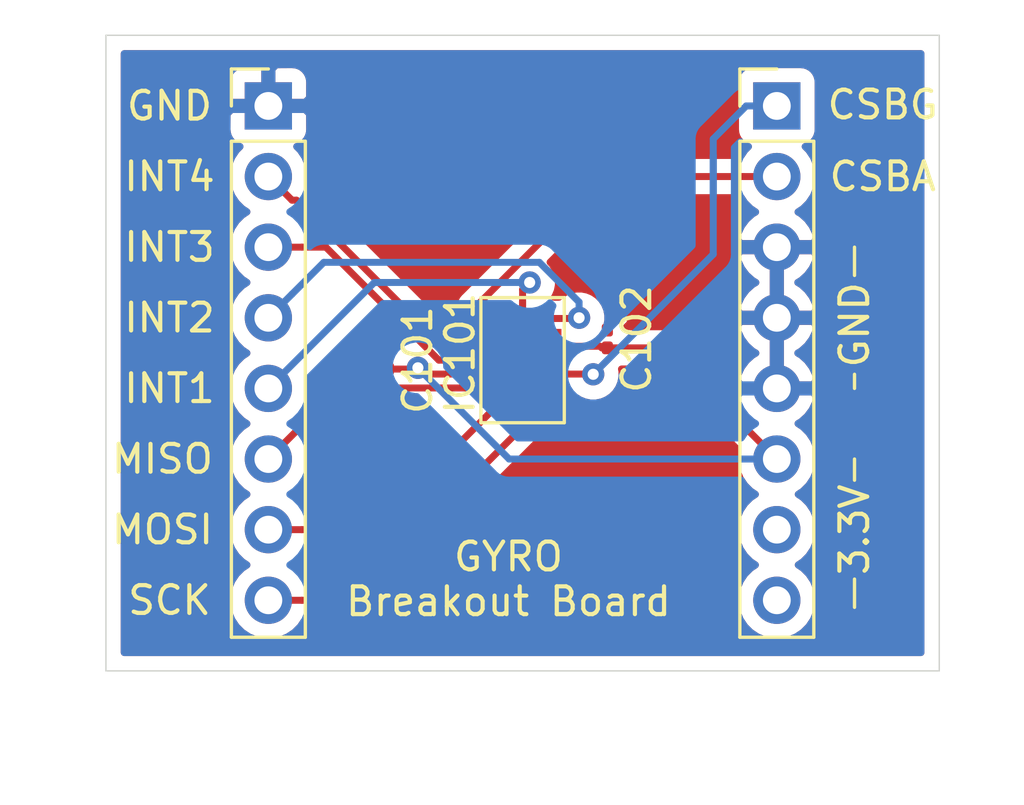
<source format=kicad_pcb>
(kicad_pcb (version 20171130) (host pcbnew "(5.1.5)-3")

  (general
    (thickness 1.6)
    (drawings 21)
    (tracks 64)
    (zones 0)
    (modules 5)
    (nets 12)
  )

  (page A4)
  (layers
    (0 F.Cu signal)
    (31 B.Cu signal)
    (32 B.Adhes user)
    (33 F.Adhes user)
    (34 B.Paste user)
    (35 F.Paste user)
    (36 B.SilkS user)
    (37 F.SilkS user)
    (38 B.Mask user)
    (39 F.Mask user)
    (40 Dwgs.User user)
    (41 Cmts.User user)
    (42 Eco1.User user)
    (43 Eco2.User user)
    (44 Edge.Cuts user)
    (45 Margin user)
    (46 B.CrtYd user)
    (47 F.CrtYd user)
    (48 B.Fab user)
    (49 F.Fab user)
  )

  (setup
    (last_trace_width 0.25)
    (trace_clearance 0.2)
    (zone_clearance 0.508)
    (zone_45_only no)
    (trace_min 0.2)
    (via_size 0.8)
    (via_drill 0.4)
    (via_min_size 0.4)
    (via_min_drill 0.3)
    (uvia_size 0.3)
    (uvia_drill 0.1)
    (uvias_allowed no)
    (uvia_min_size 0.2)
    (uvia_min_drill 0.1)
    (edge_width 0.05)
    (segment_width 0.2)
    (pcb_text_width 0.3)
    (pcb_text_size 1.5 1.5)
    (mod_edge_width 0.12)
    (mod_text_size 1 1)
    (mod_text_width 0.15)
    (pad_size 1.524 1.524)
    (pad_drill 0.762)
    (pad_to_mask_clearance 0.051)
    (solder_mask_min_width 0.25)
    (aux_axis_origin 0 0)
    (visible_elements FFFFFF7F)
    (pcbplotparams
      (layerselection 0x010fc_ffffffff)
      (usegerberextensions false)
      (usegerberattributes false)
      (usegerberadvancedattributes false)
      (creategerberjobfile false)
      (excludeedgelayer true)
      (linewidth 0.100000)
      (plotframeref false)
      (viasonmask false)
      (mode 1)
      (useauxorigin false)
      (hpglpennumber 1)
      (hpglpenspeed 20)
      (hpglpendiameter 15.000000)
      (psnegative false)
      (psa4output false)
      (plotreference true)
      (plotvalue true)
      (plotinvisibletext false)
      (padsonsilk false)
      (subtractmaskfromsilk false)
      (outputformat 1)
      (mirror false)
      (drillshape 1)
      (scaleselection 1)
      (outputdirectory ""))
  )

  (net 0 "")
  (net 1 GND)
  (net 2 +3V3)
  (net 3 /INT2_ACCEL)
  (net 4 /CSB_GYRO)
  (net 5 /SCK)
  (net 6 /MOSI)
  (net 7 /MISO)
  (net 8 /INT3_GYRO)
  (net 9 /INT4_GYRO)
  (net 10 /CSB_ACCEL)
  (net 11 /INT1_ACCEL)

  (net_class Default "This is the default net class."
    (clearance 0.2)
    (trace_width 0.25)
    (via_dia 0.8)
    (via_drill 0.4)
    (uvia_dia 0.3)
    (uvia_drill 0.1)
    (add_net +3V3)
    (add_net /CSB_ACCEL)
    (add_net /CSB_GYRO)
    (add_net /INT1_ACCEL)
    (add_net /INT2_ACCEL)
    (add_net /INT3_GYRO)
    (add_net /INT4_GYRO)
    (add_net /MISO)
    (add_net /MOSI)
    (add_net /SCK)
    (add_net GND)
  )

  (module Capacitor_SMD:C_0201_0603Metric (layer F.Cu) (tedit 5B301BBE) (tstamp 5EC77BCA)
    (at 131.064 95.25 270)
    (descr "Capacitor SMD 0201 (0603 Metric), square (rectangular) end terminal, IPC_7351 nominal, (Body size source: https://www.vishay.com/docs/20052/crcw0201e3.pdf), generated with kicad-footprint-generator")
    (tags capacitor)
    (path /5EC9647A)
    (attr smd)
    (fp_text reference C102 (at 0 -1.05 90) (layer F.SilkS)
      (effects (font (size 1 1) (thickness 0.15)))
    )
    (fp_text value 100nF (at 0 1.05 90) (layer F.Fab)
      (effects (font (size 1 1) (thickness 0.15)))
    )
    (fp_text user %R (at 0 -0.68 90) (layer F.Fab)
      (effects (font (size 0.25 0.25) (thickness 0.04)))
    )
    (fp_line (start 0.7 0.35) (end -0.7 0.35) (layer F.CrtYd) (width 0.05))
    (fp_line (start 0.7 -0.35) (end 0.7 0.35) (layer F.CrtYd) (width 0.05))
    (fp_line (start -0.7 -0.35) (end 0.7 -0.35) (layer F.CrtYd) (width 0.05))
    (fp_line (start -0.7 0.35) (end -0.7 -0.35) (layer F.CrtYd) (width 0.05))
    (fp_line (start 0.3 0.15) (end -0.3 0.15) (layer F.Fab) (width 0.1))
    (fp_line (start 0.3 -0.15) (end 0.3 0.15) (layer F.Fab) (width 0.1))
    (fp_line (start -0.3 -0.15) (end 0.3 -0.15) (layer F.Fab) (width 0.1))
    (fp_line (start -0.3 0.15) (end -0.3 -0.15) (layer F.Fab) (width 0.1))
    (pad 2 smd roundrect (at 0.32 0 270) (size 0.46 0.4) (layers F.Cu F.Mask) (roundrect_rratio 0.25)
      (net 2 +3V3))
    (pad 1 smd roundrect (at -0.32 0 270) (size 0.46 0.4) (layers F.Cu F.Mask) (roundrect_rratio 0.25)
      (net 1 GND))
    (pad "" smd roundrect (at 0.345 0 270) (size 0.318 0.36) (layers F.Paste) (roundrect_rratio 0.25))
    (pad "" smd roundrect (at -0.345 0 270) (size 0.318 0.36) (layers F.Paste) (roundrect_rratio 0.25))
    (model ${KISYS3DMOD}/Capacitor_SMD.3dshapes/C_0201_0603Metric.wrl
      (at (xyz 0 0 0))
      (scale (xyz 1 1 1))
      (rotate (xyz 0 0 0))
    )
  )

  (module Capacitor_SMD:C_0201_0603Metric (layer F.Cu) (tedit 5B301BBE) (tstamp 5EC77BB9)
    (at 123.19 96.012 270)
    (descr "Capacitor SMD 0201 (0603 Metric), square (rectangular) end terminal, IPC_7351 nominal, (Body size source: https://www.vishay.com/docs/20052/crcw0201e3.pdf), generated with kicad-footprint-generator")
    (tags capacitor)
    (path /5EC9306C)
    (attr smd)
    (fp_text reference C101 (at 0 -1.05 90) (layer F.SilkS)
      (effects (font (size 1 1) (thickness 0.15)))
    )
    (fp_text value 100nF (at 0 1.05 90) (layer F.Fab)
      (effects (font (size 1 1) (thickness 0.15)))
    )
    (fp_line (start -0.3 0.15) (end -0.3 -0.15) (layer F.Fab) (width 0.1))
    (fp_line (start -0.3 -0.15) (end 0.3 -0.15) (layer F.Fab) (width 0.1))
    (fp_line (start 0.3 -0.15) (end 0.3 0.15) (layer F.Fab) (width 0.1))
    (fp_line (start 0.3 0.15) (end -0.3 0.15) (layer F.Fab) (width 0.1))
    (fp_line (start -0.7 0.35) (end -0.7 -0.35) (layer F.CrtYd) (width 0.05))
    (fp_line (start -0.7 -0.35) (end 0.7 -0.35) (layer F.CrtYd) (width 0.05))
    (fp_line (start 0.7 -0.35) (end 0.7 0.35) (layer F.CrtYd) (width 0.05))
    (fp_line (start 0.7 0.35) (end -0.7 0.35) (layer F.CrtYd) (width 0.05))
    (fp_text user %R (at 0 -0.68 90) (layer F.Fab)
      (effects (font (size 0.25 0.25) (thickness 0.04)))
    )
    (pad "" smd roundrect (at -0.345 0 270) (size 0.318 0.36) (layers F.Paste) (roundrect_rratio 0.25))
    (pad "" smd roundrect (at 0.345 0 270) (size 0.318 0.36) (layers F.Paste) (roundrect_rratio 0.25))
    (pad 1 smd roundrect (at -0.32 0 270) (size 0.46 0.4) (layers F.Cu F.Mask) (roundrect_rratio 0.25)
      (net 1 GND))
    (pad 2 smd roundrect (at 0.32 0 270) (size 0.46 0.4) (layers F.Cu F.Mask) (roundrect_rratio 0.25)
      (net 2 +3V3))
    (model ${KISYS3DMOD}/Capacitor_SMD.3dshapes/C_0201_0603Metric.wrl
      (at (xyz 0 0 0))
      (scale (xyz 1 1 1))
      (rotate (xyz 0 0 0))
    )
  )

  (module "ERFSEDS_Footprints:16-LGA-(4.5x3)" (layer F.Cu) (tedit 5EC6BF61) (tstamp 5EC77BE6)
    (at 128.016 96.012 270)
    (path /5EC70B84)
    (fp_text reference IC101 (at -0.25 2.25 90) (layer F.SilkS)
      (effects (font (size 1 1) (thickness 0.15)))
    )
    (fp_text value BMI088 (at 0 -2.75 90) (layer F.Fab)
      (effects (font (size 1 1) (thickness 0.15)))
    )
    (fp_line (start -2.25 1.5) (end -2.25 -1.5) (layer F.CrtYd) (width 0.12))
    (fp_line (start 2.25 1.5) (end -2.25 1.5) (layer F.CrtYd) (width 0.12))
    (fp_line (start 2.25 -1.5) (end 2.25 1.5) (layer F.CrtYd) (width 0.12))
    (fp_line (start -2.25 -1.5) (end 2.25 -1.5) (layer F.CrtYd) (width 0.12))
    (fp_line (start -2.25 1.5) (end -2.25 -1.5) (layer F.SilkS) (width 0.12))
    (fp_line (start -2.25 1.5) (end 2.25 1.5) (layer F.SilkS) (width 0.12))
    (fp_line (start 2.25 1.5) (end 2.25 -1.5) (layer F.SilkS) (width 0.12))
    (fp_line (start 2.25 -1.5) (end -2.25 -1.5) (layer F.SilkS) (width 0.12))
    (pad 16 smd rect (at -1.915 0 180) (size 0.25 0.475) (layers F.Cu F.Paste F.Mask)
      (net 11 /INT1_ACCEL))
    (pad 15 smd rect (at -1.5 1.16 90) (size 0.25 0.475) (layers F.Cu F.Paste F.Mask)
      (net 7 /MISO))
    (pad 14 smd rect (at -1 1.16 90) (size 0.25 0.475) (layers F.Cu F.Paste F.Mask)
      (net 10 /CSB_ACCEL))
    (pad 13 smd rect (at -0.5 1.16 90) (size 0.25 0.475) (layers F.Cu F.Paste F.Mask)
      (net 9 /INT4_GYRO))
    (pad 12 smd rect (at 0 1.16 90) (size 0.25 0.475) (layers F.Cu F.Paste F.Mask)
      (net 8 /INT3_GYRO))
    (pad 11 smd rect (at 0.5 1.16 90) (size 0.25 0.475) (layers F.Cu F.Paste F.Mask)
      (net 2 +3V3))
    (pad 10 smd rect (at 1 1.16 90) (size 0.25 0.475) (layers F.Cu F.Paste F.Mask)
      (net 7 /MISO))
    (pad 9 smd rect (at 1.5 1.16 90) (size 0.25 0.475) (layers F.Cu F.Paste F.Mask)
      (net 6 /MOSI))
    (pad 8 smd rect (at 1.915 0) (size 0.25 0.475) (layers F.Cu F.Paste F.Mask)
      (net 5 /SCK))
    (pad 7 smd rect (at 1.5 -1.16 270) (size 0.25 0.475) (layers F.Cu F.Paste F.Mask)
      (net 1 GND))
    (pad 6 smd rect (at 1 -1.16 270) (size 0.25 0.475) (layers F.Cu F.Paste F.Mask)
      (net 1 GND))
    (pad 5 smd rect (at 0.5 -1.16 270) (size 0.25 0.475) (layers F.Cu F.Paste F.Mask)
      (net 4 /CSB_GYRO))
    (pad 4 smd rect (at 0 -1.16 270) (size 0.25 0.475) (layers F.Cu F.Paste F.Mask)
      (net 1 GND))
    (pad 3 smd rect (at -0.5 -1.16 270) (size 0.25 0.475) (layers F.Cu F.Paste F.Mask)
      (net 2 +3V3))
    (pad 2 smd rect (at -1 -1.16 270) (size 0.25 0.475) (layers F.Cu F.Paste F.Mask)
      (net 1 GND))
    (pad 1 smd rect (at -1.5 -1.16 270) (size 0.25 0.475) (layers F.Cu F.Paste F.Mask)
      (net 3 /INT2_ACCEL))
  )

  (module Connector_PinHeader_2.54mm:PinHeader_1x08_P2.54mm_Vertical (layer F.Cu) (tedit 59FED5CC) (tstamp 5EC77C02)
    (at 118.872 86.868)
    (descr "Through hole straight pin header, 1x08, 2.54mm pitch, single row")
    (tags "Through hole pin header THT 1x08 2.54mm single row")
    (path /5EC7887E)
    (fp_text reference J101 (at 0 -2.33) (layer F.SilkS) hide
      (effects (font (size 1 1) (thickness 0.15)))
    )
    (fp_text value Conn_01x08 (at 0 20.11) (layer F.Fab)
      (effects (font (size 1 1) (thickness 0.15)))
    )
    (fp_text user %R (at 0 8.89 90) (layer F.Fab)
      (effects (font (size 1 1) (thickness 0.15)))
    )
    (fp_line (start 1.8 -1.8) (end -1.8 -1.8) (layer F.CrtYd) (width 0.05))
    (fp_line (start 1.8 19.55) (end 1.8 -1.8) (layer F.CrtYd) (width 0.05))
    (fp_line (start -1.8 19.55) (end 1.8 19.55) (layer F.CrtYd) (width 0.05))
    (fp_line (start -1.8 -1.8) (end -1.8 19.55) (layer F.CrtYd) (width 0.05))
    (fp_line (start -1.33 -1.33) (end 0 -1.33) (layer F.SilkS) (width 0.12))
    (fp_line (start -1.33 0) (end -1.33 -1.33) (layer F.SilkS) (width 0.12))
    (fp_line (start -1.33 1.27) (end 1.33 1.27) (layer F.SilkS) (width 0.12))
    (fp_line (start 1.33 1.27) (end 1.33 19.11) (layer F.SilkS) (width 0.12))
    (fp_line (start -1.33 1.27) (end -1.33 19.11) (layer F.SilkS) (width 0.12))
    (fp_line (start -1.33 19.11) (end 1.33 19.11) (layer F.SilkS) (width 0.12))
    (fp_line (start -1.27 -0.635) (end -0.635 -1.27) (layer F.Fab) (width 0.1))
    (fp_line (start -1.27 19.05) (end -1.27 -0.635) (layer F.Fab) (width 0.1))
    (fp_line (start 1.27 19.05) (end -1.27 19.05) (layer F.Fab) (width 0.1))
    (fp_line (start 1.27 -1.27) (end 1.27 19.05) (layer F.Fab) (width 0.1))
    (fp_line (start -0.635 -1.27) (end 1.27 -1.27) (layer F.Fab) (width 0.1))
    (pad 8 thru_hole oval (at 0 17.78) (size 1.7 1.7) (drill 1) (layers *.Cu *.Mask)
      (net 5 /SCK))
    (pad 7 thru_hole oval (at 0 15.24) (size 1.7 1.7) (drill 1) (layers *.Cu *.Mask)
      (net 6 /MOSI))
    (pad 6 thru_hole oval (at 0 12.7) (size 1.7 1.7) (drill 1) (layers *.Cu *.Mask)
      (net 7 /MISO))
    (pad 5 thru_hole oval (at 0 10.16) (size 1.7 1.7) (drill 1) (layers *.Cu *.Mask)
      (net 11 /INT1_ACCEL))
    (pad 4 thru_hole oval (at 0 7.62) (size 1.7 1.7) (drill 1) (layers *.Cu *.Mask)
      (net 3 /INT2_ACCEL))
    (pad 3 thru_hole oval (at 0 5.08) (size 1.7 1.7) (drill 1) (layers *.Cu *.Mask)
      (net 8 /INT3_GYRO))
    (pad 2 thru_hole oval (at 0 2.54) (size 1.7 1.7) (drill 1) (layers *.Cu *.Mask)
      (net 9 /INT4_GYRO))
    (pad 1 thru_hole rect (at 0 0) (size 1.7 1.7) (drill 1) (layers *.Cu *.Mask)
      (net 1 GND))
    (model ${KISYS3DMOD}/Connector_PinHeader_2.54mm.3dshapes/PinHeader_1x08_P2.54mm_Vertical.wrl
      (at (xyz 0 0 0))
      (scale (xyz 1 1 1))
      (rotate (xyz 0 0 0))
    )
  )

  (module Connector_PinHeader_2.54mm:PinHeader_1x08_P2.54mm_Vertical (layer F.Cu) (tedit 59FED5CC) (tstamp 5EC77C1E)
    (at 137.16 86.868)
    (descr "Through hole straight pin header, 1x08, 2.54mm pitch, single row")
    (tags "Through hole pin header THT 1x08 2.54mm single row")
    (path /5EC73D76)
    (fp_text reference J102 (at 0 -2.33) (layer F.SilkS) hide
      (effects (font (size 1 1) (thickness 0.15)))
    )
    (fp_text value Conn_01x08 (at 0 19.558) (layer F.Fab)
      (effects (font (size 1 1) (thickness 0.15)))
    )
    (fp_line (start -0.635 -1.27) (end 1.27 -1.27) (layer F.Fab) (width 0.1))
    (fp_line (start 1.27 -1.27) (end 1.27 19.05) (layer F.Fab) (width 0.1))
    (fp_line (start 1.27 19.05) (end -1.27 19.05) (layer F.Fab) (width 0.1))
    (fp_line (start -1.27 19.05) (end -1.27 -0.635) (layer F.Fab) (width 0.1))
    (fp_line (start -1.27 -0.635) (end -0.635 -1.27) (layer F.Fab) (width 0.1))
    (fp_line (start -1.33 19.11) (end 1.33 19.11) (layer F.SilkS) (width 0.12))
    (fp_line (start -1.33 1.27) (end -1.33 19.11) (layer F.SilkS) (width 0.12))
    (fp_line (start 1.33 1.27) (end 1.33 19.11) (layer F.SilkS) (width 0.12))
    (fp_line (start -1.33 1.27) (end 1.33 1.27) (layer F.SilkS) (width 0.12))
    (fp_line (start -1.33 0) (end -1.33 -1.33) (layer F.SilkS) (width 0.12))
    (fp_line (start -1.33 -1.33) (end 0 -1.33) (layer F.SilkS) (width 0.12))
    (fp_line (start -1.8 -1.8) (end -1.8 19.55) (layer F.CrtYd) (width 0.05))
    (fp_line (start -1.8 19.55) (end 1.8 19.55) (layer F.CrtYd) (width 0.05))
    (fp_line (start 1.8 19.55) (end 1.8 -1.8) (layer F.CrtYd) (width 0.05))
    (fp_line (start 1.8 -1.8) (end -1.8 -1.8) (layer F.CrtYd) (width 0.05))
    (fp_text user %R (at 0 8.89 90) (layer F.Fab)
      (effects (font (size 1 1) (thickness 0.15)))
    )
    (pad 1 thru_hole rect (at 0 0) (size 1.7 1.7) (drill 1) (layers *.Cu *.Mask)
      (net 4 /CSB_GYRO))
    (pad 2 thru_hole oval (at 0 2.54) (size 1.7 1.7) (drill 1) (layers *.Cu *.Mask)
      (net 10 /CSB_ACCEL))
    (pad 3 thru_hole oval (at 0 5.08) (size 1.7 1.7) (drill 1) (layers *.Cu *.Mask)
      (net 1 GND))
    (pad 4 thru_hole oval (at 0 7.62) (size 1.7 1.7) (drill 1) (layers *.Cu *.Mask)
      (net 1 GND))
    (pad 5 thru_hole oval (at 0 10.16) (size 1.7 1.7) (drill 1) (layers *.Cu *.Mask)
      (net 1 GND))
    (pad 6 thru_hole oval (at 0 12.7) (size 1.7 1.7) (drill 1) (layers *.Cu *.Mask)
      (net 2 +3V3))
    (pad 7 thru_hole oval (at 0 15.24) (size 1.7 1.7) (drill 1) (layers *.Cu *.Mask)
      (net 2 +3V3))
    (pad 8 thru_hole oval (at 0 17.78) (size 1.7 1.7) (drill 1) (layers *.Cu *.Mask)
      (net 2 +3V3))
    (model ${KISYS3DMOD}/Connector_PinHeader_2.54mm.3dshapes/PinHeader_1x08_P2.54mm_Vertical.wrl
      (at (xyz 0 0 0))
      (scale (xyz 1 1 1))
      (rotate (xyz 0 0 0))
    )
  )

  (gr_text GND (at 115.316 86.868) (layer F.SilkS)
    (effects (font (size 1 1) (thickness 0.15)))
  )
  (gr_line (start 139.954 104.902) (end 139.954 103.886) (layer F.SilkS) (width 0.12))
  (gr_line (start 139.954 99.568) (end 139.954 100.33) (layer F.SilkS) (width 0.12))
  (gr_line (start 139.954 97.028) (end 139.954 96.52) (layer F.SilkS) (width 0.12))
  (gr_line (start 139.954 91.948) (end 139.954 92.964) (layer F.SilkS) (width 0.12))
  (gr_text "GND\n" (at 139.954 94.742 90) (layer F.SilkS)
    (effects (font (size 1 1) (thickness 0.15)))
  )
  (gr_text 3.3V (at 139.954 102.108 90) (layer F.SilkS)
    (effects (font (size 1 1) (thickness 0.15)))
  )
  (gr_text INT4 (at 115.316 89.408) (layer F.SilkS)
    (effects (font (size 1 1) (thickness 0.15)))
  )
  (gr_text INT3 (at 115.316 91.948) (layer F.SilkS)
    (effects (font (size 1 1) (thickness 0.15)))
  )
  (gr_text "INT2\n" (at 115.316 94.488) (layer F.SilkS)
    (effects (font (size 1 1) (thickness 0.15)))
  )
  (gr_text "INT1\n" (at 115.316 97.028) (layer F.SilkS)
    (effects (font (size 1 1) (thickness 0.15)))
  )
  (gr_text "MISO\n" (at 115.062 99.568) (layer F.SilkS)
    (effects (font (size 1 1) (thickness 0.15)))
  )
  (gr_text "MOSI\n" (at 115.062 102.108) (layer F.SilkS)
    (effects (font (size 1 1) (thickness 0.15)))
  )
  (gr_text "SCK\n" (at 115.316 104.648) (layer F.SilkS)
    (effects (font (size 1 1) (thickness 0.15)))
  )
  (gr_text "CSBA\n" (at 140.97 89.408) (layer F.SilkS)
    (effects (font (size 1 1) (thickness 0.15)))
  )
  (gr_text "CSBG\n\n" (at 140.97 87.63) (layer F.SilkS)
    (effects (font (size 1 1) (thickness 0.15)))
  )
  (gr_text "GYRO\nBreakout Board\n" (at 127.508 103.886) (layer F.SilkS) (tstamp 5EC783F8)
    (effects (font (size 1 1) (thickness 0.15)))
  )
  (gr_line (start 143.002 84.328) (end 143.002 107.188) (layer Edge.Cuts) (width 0.05) (tstamp 5EC783A8))
  (gr_line (start 113.03 84.328) (end 143.002 84.328) (layer Edge.Cuts) (width 0.05))
  (gr_line (start 113.03 107.188) (end 113.03 84.328) (layer Edge.Cuts) (width 0.05))
  (gr_line (start 143.002 107.188) (end 113.03 107.188) (layer Edge.Cuts) (width 0.05))

  (segment (start 126.856 96.512) (end 124.431 96.512) (width 0.25) (layer F.Cu) (net 2))
  (segment (start 124.251 96.332) (end 123.19 96.332) (width 0.25) (layer F.Cu) (net 2))
  (segment (start 124.431 96.512) (end 124.251 96.332) (width 0.25) (layer F.Cu) (net 2))
  (segment (start 130.806 95.512) (end 129.176 95.512) (width 0.25) (layer F.Cu) (net 2))
  (segment (start 131.064 95.57) (end 130.864 95.57) (width 0.25) (layer F.Cu) (net 2))
  (segment (start 130.864 95.57) (end 130.806 95.512) (width 0.25) (layer F.Cu) (net 2))
  (segment (start 133.162 95.57) (end 137.16 99.568) (width 0.25) (layer F.Cu) (net 2))
  (segment (start 131.064 95.57) (end 133.162 95.57) (width 0.25) (layer F.Cu) (net 2))
  (via (at 124.251 96.287) (size 0.8) (drill 0.4) (layers F.Cu B.Cu) (net 2))
  (segment (start 124.251 96.332) (end 124.251 96.287) (width 0.25) (layer F.Cu) (net 2))
  (segment (start 127.532 99.568) (end 137.16 99.568) (width 0.25) (layer B.Cu) (net 2))
  (segment (start 124.251 96.287) (end 127.532 99.568) (width 0.25) (layer B.Cu) (net 2))
  (via (at 130.048 94.488) (size 0.8) (drill 0.4) (layers F.Cu B.Cu) (net 3))
  (segment (start 129.176 94.512) (end 130.024 94.512) (width 0.25) (layer F.Cu) (net 3))
  (segment (start 130.024 94.512) (end 130.048 94.488) (width 0.25) (layer F.Cu) (net 3))
  (segment (start 119.721999 93.638001) (end 118.872 94.488) (width 0.25) (layer B.Cu) (net 3))
  (segment (start 128.618684 92.492999) (end 120.867001 92.492999) (width 0.25) (layer B.Cu) (net 3))
  (segment (start 130.048 93.922315) (end 128.618684 92.492999) (width 0.25) (layer B.Cu) (net 3))
  (segment (start 120.867001 92.492999) (end 119.721999 93.638001) (width 0.25) (layer B.Cu) (net 3))
  (segment (start 130.048 94.488) (end 130.048 93.922315) (width 0.25) (layer B.Cu) (net 3))
  (segment (start 129.176 96.512) (end 129.6635 96.512) (width 0.25) (layer F.Cu) (net 4))
  (segment (start 136.06 86.868) (end 137.16 86.868) (width 0.25) (layer B.Cu) (net 4))
  (segment (start 134.874 88.054) (end 136.06 86.868) (width 0.25) (layer B.Cu) (net 4))
  (via (at 130.556 96.52) (size 0.8) (drill 0.4) (layers F.Cu B.Cu) (net 4))
  (segment (start 129.6635 96.512) (end 130.548 96.512) (width 0.25) (layer F.Cu) (net 4))
  (segment (start 130.548 96.512) (end 130.556 96.52) (width 0.25) (layer F.Cu) (net 4))
  (segment (start 134.874 92.202) (end 134.874 88.646) (width 0.25) (layer B.Cu) (net 4))
  (segment (start 130.556 96.52) (end 134.874 92.202) (width 0.25) (layer B.Cu) (net 4))
  (segment (start 134.874 90.17) (end 134.874 88.646) (width 0.25) (layer B.Cu) (net 4))
  (segment (start 134.874 88.646) (end 134.874 88.054) (width 0.25) (layer B.Cu) (net 4))
  (segment (start 128.016 98.4145) (end 121.7825 104.648) (width 0.25) (layer F.Cu) (net 5))
  (segment (start 120.074081 104.648) (end 118.872 104.648) (width 0.25) (layer F.Cu) (net 5))
  (segment (start 121.7825 104.648) (end 120.074081 104.648) (width 0.25) (layer F.Cu) (net 5))
  (segment (start 128.016 97.927) (end 128.016 98.4145) (width 0.25) (layer F.Cu) (net 5))
  (segment (start 120.074081 102.108) (end 118.872 102.108) (width 0.25) (layer F.Cu) (net 6))
  (segment (start 122.635 102.108) (end 120.074081 102.108) (width 0.25) (layer F.Cu) (net 6))
  (segment (start 126.856 97.887) (end 122.635 102.108) (width 0.25) (layer F.Cu) (net 6))
  (segment (start 126.856 97.512) (end 126.856 97.887) (width 0.25) (layer F.Cu) (net 6))
  (segment (start 121.428 97.012) (end 126.856 97.012) (width 0.25) (layer F.Cu) (net 7))
  (segment (start 118.872 99.568) (end 121.428 97.012) (width 0.25) (layer F.Cu) (net 7))
  (segment (start 127.3435 94.512) (end 126.856 94.512) (width 0.25) (layer F.Cu) (net 7))
  (segment (start 127.418501 96.936999) (end 127.418501 94.587001) (width 0.25) (layer F.Cu) (net 7))
  (segment (start 127.418501 94.587001) (end 127.3435 94.512) (width 0.25) (layer F.Cu) (net 7))
  (segment (start 127.3435 97.012) (end 127.418501 96.936999) (width 0.25) (layer F.Cu) (net 7))
  (segment (start 126.856 97.012) (end 127.3435 97.012) (width 0.25) (layer F.Cu) (net 7))
  (segment (start 120.940002 91.948) (end 120.074081 91.948) (width 0.25) (layer F.Cu) (net 8))
  (segment (start 125.004002 96.012) (end 120.940002 91.948) (width 0.25) (layer F.Cu) (net 8))
  (segment (start 120.074081 91.948) (end 118.872 91.948) (width 0.25) (layer F.Cu) (net 8))
  (segment (start 126.856 96.012) (end 125.004002 96.012) (width 0.25) (layer F.Cu) (net 8))
  (segment (start 119.721999 90.257999) (end 118.872 89.408) (width 0.25) (layer F.Cu) (net 9))
  (segment (start 125.140412 95.512) (end 119.886411 90.257999) (width 0.25) (layer F.Cu) (net 9))
  (segment (start 119.886411 90.257999) (end 119.721999 90.257999) (width 0.25) (layer F.Cu) (net 9))
  (segment (start 126.856 95.512) (end 125.140412 95.512) (width 0.25) (layer F.Cu) (net 9))
  (segment (start 135.957919 89.408) (end 137.16 89.408) (width 0.25) (layer F.Cu) (net 10))
  (segment (start 131.012498 89.408) (end 135.957919 89.408) (width 0.25) (layer F.Cu) (net 10))
  (segment (start 126.293499 94.126999) (end 131.012498 89.408) (width 0.25) (layer F.Cu) (net 10))
  (segment (start 126.293499 94.936999) (end 126.293499 94.126999) (width 0.25) (layer F.Cu) (net 10))
  (segment (start 126.3685 95.012) (end 126.293499 94.936999) (width 0.25) (layer F.Cu) (net 10))
  (segment (start 126.856 95.012) (end 126.3685 95.012) (width 0.25) (layer F.Cu) (net 10))
  (via (at 128.27 93.218) (size 0.8) (drill 0.4) (layers F.Cu B.Cu) (net 11))
  (segment (start 128.016 94.097) (end 128.016 93.472) (width 0.25) (layer F.Cu) (net 11))
  (segment (start 128.016 93.472) (end 128.27 93.218) (width 0.25) (layer F.Cu) (net 11))
  (segment (start 122.682 93.218) (end 128.27 93.218) (width 0.25) (layer B.Cu) (net 11))
  (segment (start 118.872 97.028) (end 122.682 93.218) (width 0.25) (layer B.Cu) (net 11))

  (zone (net 1) (net_name GND) (layer F.Cu) (tstamp 0) (hatch edge 0.508)
    (connect_pads (clearance 0.508))
    (min_thickness 0.254)
    (fill yes (arc_segments 32) (thermal_gap 0.508) (thermal_bridge_width 0.508))
    (polygon
      (pts
        (xy 144.526 83.312) (xy 145.034 109.474) (xy 109.22 109.22) (xy 110.49 83.058)
      )
    )
    (filled_polygon
      (pts
        (xy 142.342001 106.528) (xy 113.69 106.528) (xy 113.69 87.718) (xy 117.383928 87.718) (xy 117.396188 87.842482)
        (xy 117.432498 87.96218) (xy 117.491463 88.072494) (xy 117.570815 88.169185) (xy 117.667506 88.248537) (xy 117.77782 88.307502)
        (xy 117.85038 88.329513) (xy 117.718525 88.461368) (xy 117.55601 88.704589) (xy 117.444068 88.974842) (xy 117.387 89.26174)
        (xy 117.387 89.55426) (xy 117.444068 89.841158) (xy 117.55601 90.111411) (xy 117.718525 90.354632) (xy 117.925368 90.561475)
        (xy 118.09976 90.678) (xy 117.925368 90.794525) (xy 117.718525 91.001368) (xy 117.55601 91.244589) (xy 117.444068 91.514842)
        (xy 117.387 91.80174) (xy 117.387 92.09426) (xy 117.444068 92.381158) (xy 117.55601 92.651411) (xy 117.718525 92.894632)
        (xy 117.925368 93.101475) (xy 118.09976 93.218) (xy 117.925368 93.334525) (xy 117.718525 93.541368) (xy 117.55601 93.784589)
        (xy 117.444068 94.054842) (xy 117.387 94.34174) (xy 117.387 94.63426) (xy 117.444068 94.921158) (xy 117.55601 95.191411)
        (xy 117.718525 95.434632) (xy 117.925368 95.641475) (xy 118.09976 95.758) (xy 117.925368 95.874525) (xy 117.718525 96.081368)
        (xy 117.55601 96.324589) (xy 117.444068 96.594842) (xy 117.387 96.88174) (xy 117.387 97.17426) (xy 117.444068 97.461158)
        (xy 117.55601 97.731411) (xy 117.718525 97.974632) (xy 117.925368 98.181475) (xy 118.09976 98.298) (xy 117.925368 98.414525)
        (xy 117.718525 98.621368) (xy 117.55601 98.864589) (xy 117.444068 99.134842) (xy 117.387 99.42174) (xy 117.387 99.71426)
        (xy 117.444068 100.001158) (xy 117.55601 100.271411) (xy 117.718525 100.514632) (xy 117.925368 100.721475) (xy 118.09976 100.838)
        (xy 117.925368 100.954525) (xy 117.718525 101.161368) (xy 117.55601 101.404589) (xy 117.444068 101.674842) (xy 117.387 101.96174)
        (xy 117.387 102.25426) (xy 117.444068 102.541158) (xy 117.55601 102.811411) (xy 117.718525 103.054632) (xy 117.925368 103.261475)
        (xy 118.09976 103.378) (xy 117.925368 103.494525) (xy 117.718525 103.701368) (xy 117.55601 103.944589) (xy 117.444068 104.214842)
        (xy 117.387 104.50174) (xy 117.387 104.79426) (xy 117.444068 105.081158) (xy 117.55601 105.351411) (xy 117.718525 105.594632)
        (xy 117.925368 105.801475) (xy 118.168589 105.96399) (xy 118.438842 106.075932) (xy 118.72574 106.133) (xy 119.01826 106.133)
        (xy 119.305158 106.075932) (xy 119.575411 105.96399) (xy 119.818632 105.801475) (xy 120.025475 105.594632) (xy 120.150178 105.408)
        (xy 121.745178 105.408) (xy 121.7825 105.411676) (xy 121.819822 105.408) (xy 121.819833 105.408) (xy 121.931486 105.397003)
        (xy 122.074747 105.353546) (xy 122.206776 105.282974) (xy 122.322501 105.188001) (xy 122.346304 105.158997) (xy 128.527003 98.978299)
        (xy 128.556001 98.954501) (xy 128.650974 98.838776) (xy 128.721546 98.706747) (xy 128.765003 98.563486) (xy 128.776 98.451833)
        (xy 128.776 98.451824) (xy 128.779676 98.414501) (xy 128.776 98.377178) (xy 128.776 98.250865) (xy 128.833095 98.266306)
        (xy 128.90675 98.272) (xy 129.0655 98.11325) (xy 129.0655 97.387) (xy 129.2865 97.387) (xy 129.2865 98.11325)
        (xy 129.44525 98.272) (xy 129.518905 98.266306) (xy 129.639651 98.23365) (xy 129.751706 98.178066) (xy 129.850764 98.101689)
        (xy 129.933019 98.007454) (xy 129.995308 97.898983) (xy 130.035239 97.780443) (xy 130.0485 97.67075) (xy 129.910734 97.532984)
        (xy 129.933019 97.507454) (xy 129.985248 97.416502) (xy 130.00508 97.39667) (xy 130.065744 97.437205) (xy 130.254102 97.515226)
        (xy 130.454061 97.555) (xy 130.657939 97.555) (xy 130.857898 97.515226) (xy 131.046256 97.437205) (xy 131.215774 97.323937)
        (xy 131.359937 97.179774) (xy 131.473205 97.010256) (xy 131.551226 96.821898) (xy 131.591 96.621939) (xy 131.591 96.418061)
        (xy 131.573484 96.33) (xy 132.847199 96.33) (xy 135.71879 99.201592) (xy 135.675 99.42174) (xy 135.675 99.71426)
        (xy 135.732068 100.001158) (xy 135.84401 100.271411) (xy 136.006525 100.514632) (xy 136.213368 100.721475) (xy 136.38776 100.838)
        (xy 136.213368 100.954525) (xy 136.006525 101.161368) (xy 135.84401 101.404589) (xy 135.732068 101.674842) (xy 135.675 101.96174)
        (xy 135.675 102.25426) (xy 135.732068 102.541158) (xy 135.84401 102.811411) (xy 136.006525 103.054632) (xy 136.213368 103.261475)
        (xy 136.38776 103.378) (xy 136.213368 103.494525) (xy 136.006525 103.701368) (xy 135.84401 103.944589) (xy 135.732068 104.214842)
        (xy 135.675 104.50174) (xy 135.675 104.79426) (xy 135.732068 105.081158) (xy 135.84401 105.351411) (xy 136.006525 105.594632)
        (xy 136.213368 105.801475) (xy 136.456589 105.96399) (xy 136.726842 106.075932) (xy 137.01374 106.133) (xy 137.30626 106.133)
        (xy 137.593158 106.075932) (xy 137.863411 105.96399) (xy 138.106632 105.801475) (xy 138.313475 105.594632) (xy 138.47599 105.351411)
        (xy 138.587932 105.081158) (xy 138.645 104.79426) (xy 138.645 104.50174) (xy 138.587932 104.214842) (xy 138.47599 103.944589)
        (xy 138.313475 103.701368) (xy 138.106632 103.494525) (xy 137.93224 103.378) (xy 138.106632 103.261475) (xy 138.313475 103.054632)
        (xy 138.47599 102.811411) (xy 138.587932 102.541158) (xy 138.645 102.25426) (xy 138.645 101.96174) (xy 138.587932 101.674842)
        (xy 138.47599 101.404589) (xy 138.313475 101.161368) (xy 138.106632 100.954525) (xy 137.93224 100.838) (xy 138.106632 100.721475)
        (xy 138.313475 100.514632) (xy 138.47599 100.271411) (xy 138.587932 100.001158) (xy 138.645 99.71426) (xy 138.645 99.42174)
        (xy 138.587932 99.134842) (xy 138.47599 98.864589) (xy 138.313475 98.621368) (xy 138.106632 98.414525) (xy 137.924466 98.292805)
        (xy 138.041355 98.223178) (xy 138.257588 98.028269) (xy 138.431641 97.79492) (xy 138.556825 97.532099) (xy 138.601476 97.38489)
        (xy 138.480155 97.155) (xy 137.287 97.155) (xy 137.287 97.175) (xy 137.033 97.175) (xy 137.033 97.155)
        (xy 137.013 97.155) (xy 137.013 96.901) (xy 137.033 96.901) (xy 137.033 94.615) (xy 137.287 94.615)
        (xy 137.287 96.901) (xy 138.480155 96.901) (xy 138.601476 96.67111) (xy 138.556825 96.523901) (xy 138.431641 96.26108)
        (xy 138.257588 96.027731) (xy 138.041355 95.832822) (xy 137.915745 95.758) (xy 138.041355 95.683178) (xy 138.257588 95.488269)
        (xy 138.431641 95.25492) (xy 138.556825 94.992099) (xy 138.601476 94.84489) (xy 138.480155 94.615) (xy 137.287 94.615)
        (xy 137.033 94.615) (xy 135.839845 94.615) (xy 135.718524 94.84489) (xy 135.763175 94.992099) (xy 135.888359 95.25492)
        (xy 136.062412 95.488269) (xy 136.278645 95.683178) (xy 136.404255 95.758) (xy 136.278645 95.832822) (xy 136.062412 96.027731)
        (xy 135.888359 96.26108) (xy 135.763175 96.523901) (xy 135.718524 96.67111) (xy 135.839844 96.900998) (xy 135.675 96.900998)
        (xy 135.675 97.008199) (xy 133.725804 95.059003) (xy 133.702001 95.029999) (xy 133.586276 94.935026) (xy 133.454247 94.864454)
        (xy 133.310986 94.820997) (xy 133.199333 94.81) (xy 133.199322 94.81) (xy 133.162 94.806324) (xy 133.124678 94.81)
        (xy 131.899 94.81) (xy 131.899 94.802998) (xy 131.764252 94.802998) (xy 131.899 94.66825) (xy 131.893157 94.593709)
        (xy 131.860331 94.473009) (xy 131.804589 94.361032) (xy 131.728072 94.262081) (xy 131.633722 94.17996) (xy 131.525163 94.117823)
        (xy 131.406567 94.078059) (xy 131.29575 94.065) (xy 131.137 94.22375) (xy 131.137 94.701928) (xy 131.060724 94.701928)
        (xy 131.083 94.589939) (xy 131.083 94.386061) (xy 131.043226 94.186102) (xy 130.965205 93.997744) (xy 130.851937 93.828226)
        (xy 130.707774 93.684063) (xy 130.538256 93.570795) (xy 130.349898 93.492774) (xy 130.149939 93.453) (xy 129.946061 93.453)
        (xy 129.746102 93.492774) (xy 129.557744 93.570795) (xy 129.388226 93.684063) (xy 129.323361 93.748928) (xy 129.160029 93.748928)
        (xy 129.187205 93.708256) (xy 129.265226 93.519898) (xy 129.305 93.319939) (xy 129.305 93.116061) (xy 129.265226 92.916102)
        (xy 129.187205 92.727744) (xy 129.073937 92.558226) (xy 129.005505 92.489794) (xy 129.190409 92.30489) (xy 135.718524 92.30489)
        (xy 135.763175 92.452099) (xy 135.888359 92.71492) (xy 136.062412 92.948269) (xy 136.278645 93.143178) (xy 136.404255 93.218)
        (xy 136.278645 93.292822) (xy 136.062412 93.487731) (xy 135.888359 93.72108) (xy 135.763175 93.983901) (xy 135.718524 94.13111)
        (xy 135.839845 94.361) (xy 137.033 94.361) (xy 137.033 92.075) (xy 137.287 92.075) (xy 137.287 94.361)
        (xy 138.480155 94.361) (xy 138.601476 94.13111) (xy 138.556825 93.983901) (xy 138.431641 93.72108) (xy 138.257588 93.487731)
        (xy 138.041355 93.292822) (xy 137.915745 93.218) (xy 138.041355 93.143178) (xy 138.257588 92.948269) (xy 138.431641 92.71492)
        (xy 138.556825 92.452099) (xy 138.601476 92.30489) (xy 138.480155 92.075) (xy 137.287 92.075) (xy 137.033 92.075)
        (xy 135.839845 92.075) (xy 135.718524 92.30489) (xy 129.190409 92.30489) (xy 131.327301 90.168) (xy 135.881822 90.168)
        (xy 136.006525 90.354632) (xy 136.213368 90.561475) (xy 136.395534 90.683195) (xy 136.278645 90.752822) (xy 136.062412 90.947731)
        (xy 135.888359 91.18108) (xy 135.763175 91.443901) (xy 135.718524 91.59111) (xy 135.839845 91.821) (xy 137.033 91.821)
        (xy 137.033 91.801) (xy 137.287 91.801) (xy 137.287 91.821) (xy 138.480155 91.821) (xy 138.601476 91.59111)
        (xy 138.556825 91.443901) (xy 138.431641 91.18108) (xy 138.257588 90.947731) (xy 138.041355 90.752822) (xy 137.924466 90.683195)
        (xy 138.106632 90.561475) (xy 138.313475 90.354632) (xy 138.47599 90.111411) (xy 138.587932 89.841158) (xy 138.645 89.55426)
        (xy 138.645 89.26174) (xy 138.587932 88.974842) (xy 138.47599 88.704589) (xy 138.313475 88.461368) (xy 138.18162 88.329513)
        (xy 138.25418 88.307502) (xy 138.364494 88.248537) (xy 138.461185 88.169185) (xy 138.540537 88.072494) (xy 138.599502 87.96218)
        (xy 138.635812 87.842482) (xy 138.648072 87.718) (xy 138.648072 86.018) (xy 138.635812 85.893518) (xy 138.599502 85.77382)
        (xy 138.540537 85.663506) (xy 138.461185 85.566815) (xy 138.364494 85.487463) (xy 138.25418 85.428498) (xy 138.134482 85.392188)
        (xy 138.01 85.379928) (xy 136.31 85.379928) (xy 136.185518 85.392188) (xy 136.06582 85.428498) (xy 135.955506 85.487463)
        (xy 135.858815 85.566815) (xy 135.779463 85.663506) (xy 135.720498 85.77382) (xy 135.684188 85.893518) (xy 135.671928 86.018)
        (xy 135.671928 87.718) (xy 135.684188 87.842482) (xy 135.720498 87.96218) (xy 135.779463 88.072494) (xy 135.858815 88.169185)
        (xy 135.955506 88.248537) (xy 136.06582 88.307502) (xy 136.13838 88.329513) (xy 136.006525 88.461368) (xy 135.881822 88.648)
        (xy 131.04982 88.648) (xy 131.012497 88.644324) (xy 130.975174 88.648) (xy 130.975165 88.648) (xy 130.863512 88.658997)
        (xy 130.720251 88.702454) (xy 130.588222 88.773026) (xy 130.58822 88.773027) (xy 130.588221 88.773027) (xy 130.501494 88.844201)
        (xy 130.50149 88.844205) (xy 130.472497 88.867999) (xy 130.448703 88.896992) (xy 125.782497 93.5632) (xy 125.753499 93.586998)
        (xy 125.729701 93.615996) (xy 125.7297 93.615997) (xy 125.658525 93.702723) (xy 125.587953 93.834753) (xy 125.573787 93.881455)
        (xy 125.544497 93.978013) (xy 125.533499 94.089666) (xy 125.533499 94.089677) (xy 125.529823 94.126999) (xy 125.533499 94.164321)
        (xy 125.533499 94.752) (xy 125.455215 94.752) (xy 120.450215 89.747002) (xy 120.426412 89.717998) (xy 120.338742 89.646049)
        (xy 120.357 89.55426) (xy 120.357 89.26174) (xy 120.299932 88.974842) (xy 120.18799 88.704589) (xy 120.025475 88.461368)
        (xy 119.89362 88.329513) (xy 119.96618 88.307502) (xy 120.076494 88.248537) (xy 120.173185 88.169185) (xy 120.252537 88.072494)
        (xy 120.311502 87.96218) (xy 120.347812 87.842482) (xy 120.360072 87.718) (xy 120.357 87.15375) (xy 120.19825 86.995)
        (xy 118.999 86.995) (xy 118.999 87.015) (xy 118.745 87.015) (xy 118.745 86.995) (xy 117.54575 86.995)
        (xy 117.387 87.15375) (xy 117.383928 87.718) (xy 113.69 87.718) (xy 113.69 86.018) (xy 117.383928 86.018)
        (xy 117.387 86.58225) (xy 117.54575 86.741) (xy 118.745 86.741) (xy 118.745 85.54175) (xy 118.999 85.54175)
        (xy 118.999 86.741) (xy 120.19825 86.741) (xy 120.357 86.58225) (xy 120.360072 86.018) (xy 120.347812 85.893518)
        (xy 120.311502 85.77382) (xy 120.252537 85.663506) (xy 120.173185 85.566815) (xy 120.076494 85.487463) (xy 119.96618 85.428498)
        (xy 119.846482 85.392188) (xy 119.722 85.379928) (xy 119.15775 85.383) (xy 118.999 85.54175) (xy 118.745 85.54175)
        (xy 118.58625 85.383) (xy 118.022 85.379928) (xy 117.897518 85.392188) (xy 117.77782 85.428498) (xy 117.667506 85.487463)
        (xy 117.570815 85.566815) (xy 117.491463 85.663506) (xy 117.432498 85.77382) (xy 117.396188 85.893518) (xy 117.383928 86.018)
        (xy 113.69 86.018) (xy 113.69 84.988) (xy 142.342 84.988)
      )
    )
  )
  (zone (net 1) (net_name GND) (layer B.Cu) (tstamp 0) (hatch edge 0.508)
    (connect_pads (clearance 0.508))
    (min_thickness 0.254)
    (fill yes (arc_segments 32) (thermal_gap 0.508) (thermal_bridge_width 0.508))
    (polygon
      (pts
        (xy 144.018 84.074) (xy 146.05 112.014) (xy 110.998 110.236) (xy 112.522 84.836) (xy 112.268 83.82)
      )
    )
    (filled_polygon
      (pts
        (xy 142.342001 106.528) (xy 113.69 106.528) (xy 113.69 87.718) (xy 117.383928 87.718) (xy 117.396188 87.842482)
        (xy 117.432498 87.96218) (xy 117.491463 88.072494) (xy 117.570815 88.169185) (xy 117.667506 88.248537) (xy 117.77782 88.307502)
        (xy 117.85038 88.329513) (xy 117.718525 88.461368) (xy 117.55601 88.704589) (xy 117.444068 88.974842) (xy 117.387 89.26174)
        (xy 117.387 89.55426) (xy 117.444068 89.841158) (xy 117.55601 90.111411) (xy 117.718525 90.354632) (xy 117.925368 90.561475)
        (xy 118.09976 90.678) (xy 117.925368 90.794525) (xy 117.718525 91.001368) (xy 117.55601 91.244589) (xy 117.444068 91.514842)
        (xy 117.387 91.80174) (xy 117.387 92.09426) (xy 117.444068 92.381158) (xy 117.55601 92.651411) (xy 117.718525 92.894632)
        (xy 117.925368 93.101475) (xy 118.09976 93.218) (xy 117.925368 93.334525) (xy 117.718525 93.541368) (xy 117.55601 93.784589)
        (xy 117.444068 94.054842) (xy 117.387 94.34174) (xy 117.387 94.63426) (xy 117.444068 94.921158) (xy 117.55601 95.191411)
        (xy 117.718525 95.434632) (xy 117.925368 95.641475) (xy 118.09976 95.758) (xy 117.925368 95.874525) (xy 117.718525 96.081368)
        (xy 117.55601 96.324589) (xy 117.444068 96.594842) (xy 117.387 96.88174) (xy 117.387 97.17426) (xy 117.444068 97.461158)
        (xy 117.55601 97.731411) (xy 117.718525 97.974632) (xy 117.925368 98.181475) (xy 118.09976 98.298) (xy 117.925368 98.414525)
        (xy 117.718525 98.621368) (xy 117.55601 98.864589) (xy 117.444068 99.134842) (xy 117.387 99.42174) (xy 117.387 99.71426)
        (xy 117.444068 100.001158) (xy 117.55601 100.271411) (xy 117.718525 100.514632) (xy 117.925368 100.721475) (xy 118.09976 100.838)
        (xy 117.925368 100.954525) (xy 117.718525 101.161368) (xy 117.55601 101.404589) (xy 117.444068 101.674842) (xy 117.387 101.96174)
        (xy 117.387 102.25426) (xy 117.444068 102.541158) (xy 117.55601 102.811411) (xy 117.718525 103.054632) (xy 117.925368 103.261475)
        (xy 118.09976 103.378) (xy 117.925368 103.494525) (xy 117.718525 103.701368) (xy 117.55601 103.944589) (xy 117.444068 104.214842)
        (xy 117.387 104.50174) (xy 117.387 104.79426) (xy 117.444068 105.081158) (xy 117.55601 105.351411) (xy 117.718525 105.594632)
        (xy 117.925368 105.801475) (xy 118.168589 105.96399) (xy 118.438842 106.075932) (xy 118.72574 106.133) (xy 119.01826 106.133)
        (xy 119.305158 106.075932) (xy 119.575411 105.96399) (xy 119.818632 105.801475) (xy 120.025475 105.594632) (xy 120.18799 105.351411)
        (xy 120.299932 105.081158) (xy 120.357 104.79426) (xy 120.357 104.50174) (xy 120.299932 104.214842) (xy 120.18799 103.944589)
        (xy 120.025475 103.701368) (xy 119.818632 103.494525) (xy 119.64424 103.378) (xy 119.818632 103.261475) (xy 120.025475 103.054632)
        (xy 120.18799 102.811411) (xy 120.299932 102.541158) (xy 120.357 102.25426) (xy 120.357 101.96174) (xy 120.299932 101.674842)
        (xy 120.18799 101.404589) (xy 120.025475 101.161368) (xy 119.818632 100.954525) (xy 119.64424 100.838) (xy 119.818632 100.721475)
        (xy 120.025475 100.514632) (xy 120.18799 100.271411) (xy 120.299932 100.001158) (xy 120.357 99.71426) (xy 120.357 99.42174)
        (xy 120.299932 99.134842) (xy 120.18799 98.864589) (xy 120.025475 98.621368) (xy 119.818632 98.414525) (xy 119.64424 98.298)
        (xy 119.818632 98.181475) (xy 120.025475 97.974632) (xy 120.18799 97.731411) (xy 120.299932 97.461158) (xy 120.357 97.17426)
        (xy 120.357 96.88174) (xy 120.313209 96.661592) (xy 120.78974 96.185061) (xy 123.216 96.185061) (xy 123.216 96.388939)
        (xy 123.255774 96.588898) (xy 123.333795 96.777256) (xy 123.447063 96.946774) (xy 123.591226 97.090937) (xy 123.760744 97.204205)
        (xy 123.949102 97.282226) (xy 124.149061 97.322) (xy 124.211199 97.322) (xy 126.968201 100.079003) (xy 126.991999 100.108001)
        (xy 127.107724 100.202974) (xy 127.239753 100.273546) (xy 127.383014 100.317003) (xy 127.494667 100.328) (xy 127.494675 100.328)
        (xy 127.532 100.331676) (xy 127.569325 100.328) (xy 135.881822 100.328) (xy 136.006525 100.514632) (xy 136.213368 100.721475)
        (xy 136.38776 100.838) (xy 136.213368 100.954525) (xy 136.006525 101.161368) (xy 135.84401 101.404589) (xy 135.732068 101.674842)
        (xy 135.675 101.96174) (xy 135.675 102.25426) (xy 135.732068 102.541158) (xy 135.84401 102.811411) (xy 136.006525 103.054632)
        (xy 136.213368 103.261475) (xy 136.38776 103.378) (xy 136.213368 103.494525) (xy 136.006525 103.701368) (xy 135.84401 103.944589)
        (xy 135.732068 104.214842) (xy 135.675 104.50174) (xy 135.675 104.79426) (xy 135.732068 105.081158) (xy 135.84401 105.351411)
        (xy 136.006525 105.594632) (xy 136.213368 105.801475) (xy 136.456589 105.96399) (xy 136.726842 106.075932) (xy 137.01374 106.133)
        (xy 137.30626 106.133) (xy 137.593158 106.075932) (xy 137.863411 105.96399) (xy 138.106632 105.801475) (xy 138.313475 105.594632)
        (xy 138.47599 105.351411) (xy 138.587932 105.081158) (xy 138.645 104.79426) (xy 138.645 104.50174) (xy 138.587932 104.214842)
        (xy 138.47599 103.944589) (xy 138.313475 103.701368) (xy 138.106632 103.494525) (xy 137.93224 103.378) (xy 138.106632 103.261475)
        (xy 138.313475 103.054632) (xy 138.47599 102.811411) (xy 138.587932 102.541158) (xy 138.645 102.25426) (xy 138.645 101.96174)
        (xy 138.587932 101.674842) (xy 138.47599 101.404589) (xy 138.313475 101.161368) (xy 138.106632 100.954525) (xy 137.93224 100.838)
        (xy 138.106632 100.721475) (xy 138.313475 100.514632) (xy 138.47599 100.271411) (xy 138.587932 100.001158) (xy 138.645 99.71426)
        (xy 138.645 99.42174) (xy 138.587932 99.134842) (xy 138.47599 98.864589) (xy 138.313475 98.621368) (xy 138.106632 98.414525)
        (xy 137.924466 98.292805) (xy 138.041355 98.223178) (xy 138.257588 98.028269) (xy 138.431641 97.79492) (xy 138.556825 97.532099)
        (xy 138.601476 97.38489) (xy 138.480155 97.155) (xy 137.287 97.155) (xy 137.287 97.175) (xy 137.033 97.175)
        (xy 137.033 97.155) (xy 135.839845 97.155) (xy 135.718524 97.38489) (xy 135.763175 97.532099) (xy 135.888359 97.79492)
        (xy 136.062412 98.028269) (xy 136.278645 98.223178) (xy 136.395534 98.292805) (xy 136.213368 98.414525) (xy 136.006525 98.621368)
        (xy 135.881822 98.808) (xy 127.846802 98.808) (xy 125.456863 96.418061) (xy 129.521 96.418061) (xy 129.521 96.621939)
        (xy 129.560774 96.821898) (xy 129.638795 97.010256) (xy 129.752063 97.179774) (xy 129.896226 97.323937) (xy 130.065744 97.437205)
        (xy 130.254102 97.515226) (xy 130.454061 97.555) (xy 130.657939 97.555) (xy 130.857898 97.515226) (xy 131.046256 97.437205)
        (xy 131.215774 97.323937) (xy 131.359937 97.179774) (xy 131.473205 97.010256) (xy 131.551226 96.821898) (xy 131.591 96.621939)
        (xy 131.591 96.559801) (xy 133.305911 94.84489) (xy 135.718524 94.84489) (xy 135.763175 94.992099) (xy 135.888359 95.25492)
        (xy 136.062412 95.488269) (xy 136.278645 95.683178) (xy 136.404255 95.758) (xy 136.278645 95.832822) (xy 136.062412 96.027731)
        (xy 135.888359 96.26108) (xy 135.763175 96.523901) (xy 135.718524 96.67111) (xy 135.839845 96.901) (xy 137.033 96.901)
        (xy 137.033 94.615) (xy 137.287 94.615) (xy 137.287 96.901) (xy 138.480155 96.901) (xy 138.601476 96.67111)
        (xy 138.556825 96.523901) (xy 138.431641 96.26108) (xy 138.257588 96.027731) (xy 138.041355 95.832822) (xy 137.915745 95.758)
        (xy 138.041355 95.683178) (xy 138.257588 95.488269) (xy 138.431641 95.25492) (xy 138.556825 94.992099) (xy 138.601476 94.84489)
        (xy 138.480155 94.615) (xy 137.287 94.615) (xy 137.033 94.615) (xy 135.839845 94.615) (xy 135.718524 94.84489)
        (xy 133.305911 94.84489) (xy 135.385004 92.765798) (xy 135.414001 92.742001) (xy 135.508974 92.626276) (xy 135.579546 92.494247)
        (xy 135.623003 92.350986) (xy 135.627543 92.30489) (xy 135.718524 92.30489) (xy 135.763175 92.452099) (xy 135.888359 92.71492)
        (xy 136.062412 92.948269) (xy 136.278645 93.143178) (xy 136.404255 93.218) (xy 136.278645 93.292822) (xy 136.062412 93.487731)
        (xy 135.888359 93.72108) (xy 135.763175 93.983901) (xy 135.718524 94.13111) (xy 135.839845 94.361) (xy 137.033 94.361)
        (xy 137.033 92.075) (xy 137.287 92.075) (xy 137.287 94.361) (xy 138.480155 94.361) (xy 138.601476 94.13111)
        (xy 138.556825 93.983901) (xy 138.431641 93.72108) (xy 138.257588 93.487731) (xy 138.041355 93.292822) (xy 137.915745 93.218)
        (xy 138.041355 93.143178) (xy 138.257588 92.948269) (xy 138.431641 92.71492) (xy 138.556825 92.452099) (xy 138.601476 92.30489)
        (xy 138.480155 92.075) (xy 137.287 92.075) (xy 137.033 92.075) (xy 135.839845 92.075) (xy 135.718524 92.30489)
        (xy 135.627543 92.30489) (xy 135.634 92.239333) (xy 135.634 92.239324) (xy 135.637676 92.202001) (xy 135.634 92.164678)
        (xy 135.634 88.368801) (xy 135.847457 88.155345) (xy 135.858815 88.169185) (xy 135.955506 88.248537) (xy 136.06582 88.307502)
        (xy 136.13838 88.329513) (xy 136.006525 88.461368) (xy 135.84401 88.704589) (xy 135.732068 88.974842) (xy 135.675 89.26174)
        (xy 135.675 89.55426) (xy 135.732068 89.841158) (xy 135.84401 90.111411) (xy 136.006525 90.354632) (xy 136.213368 90.561475)
        (xy 136.395534 90.683195) (xy 136.278645 90.752822) (xy 136.062412 90.947731) (xy 135.888359 91.18108) (xy 135.763175 91.443901)
        (xy 135.718524 91.59111) (xy 135.839845 91.821) (xy 137.033 91.821) (xy 137.033 91.801) (xy 137.287 91.801)
        (xy 137.287 91.821) (xy 138.480155 91.821) (xy 138.601476 91.59111) (xy 138.556825 91.443901) (xy 138.431641 91.18108)
        (xy 138.257588 90.947731) (xy 138.041355 90.752822) (xy 137.924466 90.683195) (xy 138.106632 90.561475) (xy 138.313475 90.354632)
        (xy 138.47599 90.111411) (xy 138.587932 89.841158) (xy 138.645 89.55426) (xy 138.645 89.26174) (xy 138.587932 88.974842)
        (xy 138.47599 88.704589) (xy 138.313475 88.461368) (xy 138.18162 88.329513) (xy 138.25418 88.307502) (xy 138.364494 88.248537)
        (xy 138.461185 88.169185) (xy 138.540537 88.072494) (xy 138.599502 87.96218) (xy 138.635812 87.842482) (xy 138.648072 87.718)
        (xy 138.648072 86.018) (xy 138.635812 85.893518) (xy 138.599502 85.77382) (xy 138.540537 85.663506) (xy 138.461185 85.566815)
        (xy 138.364494 85.487463) (xy 138.25418 85.428498) (xy 138.134482 85.392188) (xy 138.01 85.379928) (xy 136.31 85.379928)
        (xy 136.185518 85.392188) (xy 136.06582 85.428498) (xy 135.955506 85.487463) (xy 135.858815 85.566815) (xy 135.779463 85.663506)
        (xy 135.720498 85.77382) (xy 135.684188 85.893518) (xy 135.671928 86.018) (xy 135.671928 86.213674) (xy 135.635724 86.233026)
        (xy 135.519999 86.327999) (xy 135.496201 86.356997) (xy 134.362998 87.490201) (xy 134.334 87.513999) (xy 134.310202 87.542997)
        (xy 134.310201 87.542998) (xy 134.239026 87.629724) (xy 134.193037 87.715764) (xy 134.168454 87.761753) (xy 134.124997 87.905014)
        (xy 134.114 88.016667) (xy 134.114 88.016678) (xy 134.110324 88.054) (xy 134.114 88.091322) (xy 134.114 88.683332)
        (xy 134.114001 88.683342) (xy 134.114 90.207332) (xy 134.114001 90.207338) (xy 134.114 91.887198) (xy 130.516199 95.485)
        (xy 130.454061 95.485) (xy 130.254102 95.524774) (xy 130.065744 95.602795) (xy 129.896226 95.716063) (xy 129.752063 95.860226)
        (xy 129.638795 96.029744) (xy 129.560774 96.218102) (xy 129.521 96.418061) (xy 125.456863 96.418061) (xy 125.286 96.247199)
        (xy 125.286 96.185061) (xy 125.246226 95.985102) (xy 125.168205 95.796744) (xy 125.054937 95.627226) (xy 124.910774 95.483063)
        (xy 124.741256 95.369795) (xy 124.552898 95.291774) (xy 124.352939 95.252) (xy 124.149061 95.252) (xy 123.949102 95.291774)
        (xy 123.760744 95.369795) (xy 123.591226 95.483063) (xy 123.447063 95.627226) (xy 123.333795 95.796744) (xy 123.255774 95.985102)
        (xy 123.216 96.185061) (xy 120.78974 96.185061) (xy 122.996802 93.978) (xy 127.566289 93.978) (xy 127.610226 94.021937)
        (xy 127.779744 94.135205) (xy 127.968102 94.213226) (xy 128.168061 94.253) (xy 128.371939 94.253) (xy 128.571898 94.213226)
        (xy 128.760256 94.135205) (xy 128.929774 94.021937) (xy 129.001297 93.950414) (xy 129.106729 94.055845) (xy 129.052774 94.186102)
        (xy 129.013 94.386061) (xy 129.013 94.589939) (xy 129.052774 94.789898) (xy 129.130795 94.978256) (xy 129.244063 95.147774)
        (xy 129.388226 95.291937) (xy 129.557744 95.405205) (xy 129.746102 95.483226) (xy 129.946061 95.523) (xy 130.149939 95.523)
        (xy 130.349898 95.483226) (xy 130.538256 95.405205) (xy 130.707774 95.291937) (xy 130.851937 95.147774) (xy 130.965205 94.978256)
        (xy 131.043226 94.789898) (xy 131.083 94.589939) (xy 131.083 94.386061) (xy 131.043226 94.186102) (xy 130.965205 93.997744)
        (xy 130.851937 93.828226) (xy 130.796987 93.773276) (xy 130.753546 93.630068) (xy 130.682974 93.498038) (xy 130.611799 93.411312)
        (xy 130.588001 93.382314) (xy 130.559003 93.358516) (xy 129.182488 91.982002) (xy 129.158685 91.952998) (xy 129.04296 91.858025)
        (xy 128.910931 91.787453) (xy 128.76767 91.743996) (xy 128.656017 91.732999) (xy 128.656006 91.732999) (xy 128.618684 91.729323)
        (xy 128.581362 91.732999) (xy 120.904323 91.732999) (xy 120.867 91.729323) (xy 120.829677 91.732999) (xy 120.829668 91.732999)
        (xy 120.718015 91.743996) (xy 120.574754 91.787453) (xy 120.442725 91.858025) (xy 120.357 91.928378) (xy 120.357 91.80174)
        (xy 120.299932 91.514842) (xy 120.18799 91.244589) (xy 120.025475 91.001368) (xy 119.818632 90.794525) (xy 119.64424 90.678)
        (xy 119.818632 90.561475) (xy 120.025475 90.354632) (xy 120.18799 90.111411) (xy 120.299932 89.841158) (xy 120.357 89.55426)
        (xy 120.357 89.26174) (xy 120.299932 88.974842) (xy 120.18799 88.704589) (xy 120.025475 88.461368) (xy 119.89362 88.329513)
        (xy 119.96618 88.307502) (xy 120.076494 88.248537) (xy 120.173185 88.169185) (xy 120.252537 88.072494) (xy 120.311502 87.96218)
        (xy 120.347812 87.842482) (xy 120.360072 87.718) (xy 120.357 87.15375) (xy 120.19825 86.995) (xy 118.999 86.995)
        (xy 118.999 87.015) (xy 118.745 87.015) (xy 118.745 86.995) (xy 117.54575 86.995) (xy 117.387 87.15375)
        (xy 117.383928 87.718) (xy 113.69 87.718) (xy 113.69 86.018) (xy 117.383928 86.018) (xy 117.387 86.58225)
        (xy 117.54575 86.741) (xy 118.745 86.741) (xy 118.745 85.54175) (xy 118.999 85.54175) (xy 118.999 86.741)
        (xy 120.19825 86.741) (xy 120.357 86.58225) (xy 120.360072 86.018) (xy 120.347812 85.893518) (xy 120.311502 85.77382)
        (xy 120.252537 85.663506) (xy 120.173185 85.566815) (xy 120.076494 85.487463) (xy 119.96618 85.428498) (xy 119.846482 85.392188)
        (xy 119.722 85.379928) (xy 119.15775 85.383) (xy 118.999 85.54175) (xy 118.745 85.54175) (xy 118.58625 85.383)
        (xy 118.022 85.379928) (xy 117.897518 85.392188) (xy 117.77782 85.428498) (xy 117.667506 85.487463) (xy 117.570815 85.566815)
        (xy 117.491463 85.663506) (xy 117.432498 85.77382) (xy 117.396188 85.893518) (xy 117.383928 86.018) (xy 113.69 86.018)
        (xy 113.69 84.988) (xy 142.342 84.988)
      )
    )
  )
)

</source>
